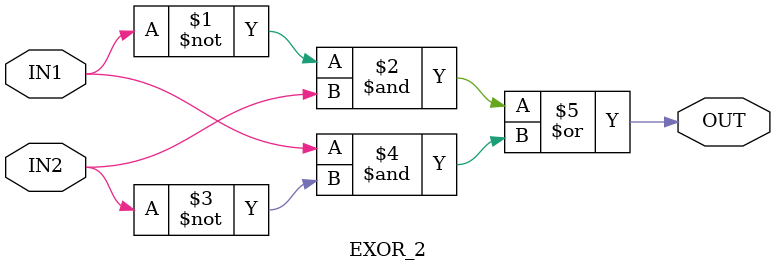
<source format=v>
/* GATE	*/
module GATE	(IN_1, IN_2, IN_3, OUT_AND, OUT_OR, OUT_NAND, OUT_NOR, OUT_NOT, OUT_BUF, OUT_EXOR);
input 	IN_1, IN_2, IN_3;
output	OUT_AND, OUT_OR, OUT_NAND, OUT_NOR, OUT_NOT, OUT_BUF, OUT_EXOR;

	AND_2		AND_2		(IN_1, IN_2, OUT_AND);
	OR_3		OR_3		(IN_1, IN_2, IN_3, OUT_OR);
	NAND_2	NAND_2	(IN_1, IN_2, OUT_NAND);
	NOR_2		NOR_2		(IN_1, IN_2, OUT_NOR);
	NOT_1		NOT_1		(IN_1, OUT_NOT);
	BUF_1		BUF_1		(IN_1, OUT_BUF);
	EXOR_2	EXOR_2	(IN_1, IN_2, OUT_EXOR);
	
endmodule

/* AND_2 */
module	AND_2	(IN1, IN2, OUT);
input		IN1, IN2;
output	OUT;

assign	OUT	= IN1 & IN2;
endmodule

/* OR_3 */
module	OR_3	(IN1, IN2, IN3, OUT);
input		IN1, IN2, IN3;
output	OUT;

assign	OUT	= IN1 | IN2 | IN3;
endmodule

/* NAND_2 */
module	NAND_2	(IN1, IN2, OUT);
input		IN1, IN2;
output	OUT;

assign	OUT	= ~(IN1 & IN2);
endmodule

/* NOR_2 */
module	NOR_2	(IN1, IN2, OUT);
input		IN1, IN2;
output	OUT;

assign	OUT	= ~(IN1 | IN2);
endmodule

/* NOT */
module	NOT_1	(IN, OUT);
input		IN;
output	OUT;

assign	OUT	= ~IN;
endmodule

/* BUF */
module	BUF_1	(IN, OUT);
input		IN;
output	OUT;

assign	OUT	= IN;
endmodule

/* EXOR_2 */
module	EXOR_2	(IN1, IN2, OUT);
input		IN1, IN2;
output	OUT;

assign	OUT	= ~IN1 & IN2 | IN1 & ~IN2;
endmodule
	
</source>
